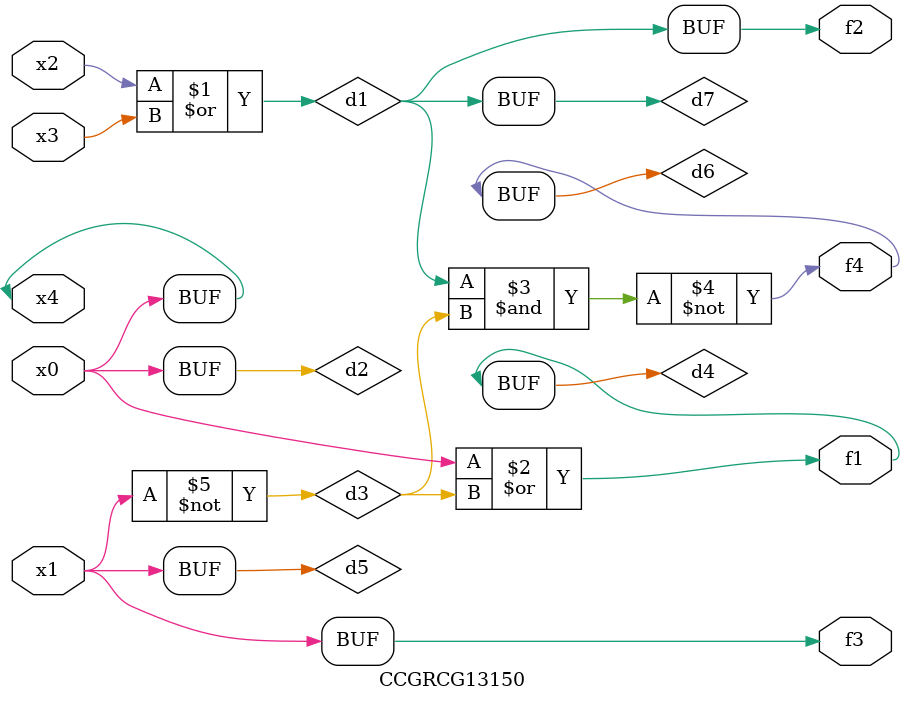
<source format=v>
module CCGRCG13150(
	input x0, x1, x2, x3, x4,
	output f1, f2, f3, f4
);

	wire d1, d2, d3, d4, d5, d6, d7;

	or (d1, x2, x3);
	buf (d2, x0, x4);
	not (d3, x1);
	or (d4, d2, d3);
	not (d5, d3);
	nand (d6, d1, d3);
	or (d7, d1);
	assign f1 = d4;
	assign f2 = d7;
	assign f3 = d5;
	assign f4 = d6;
endmodule

</source>
